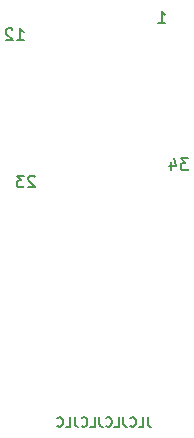
<source format=gbr>
%TF.GenerationSoftware,KiCad,Pcbnew,(5.1.9)-1*%
%TF.CreationDate,2021-03-20T14:40:21+09:00*%
%TF.ProjectId,converter_IC51-0444-467,636f6e76-6572-4746-9572-5f494335312d,1*%
%TF.SameCoordinates,Original*%
%TF.FileFunction,Legend,Bot*%
%TF.FilePolarity,Positive*%
%FSLAX46Y46*%
G04 Gerber Fmt 4.6, Leading zero omitted, Abs format (unit mm)*
G04 Created by KiCad (PCBNEW (5.1.9)-1) date 2021-03-20 14:40:21*
%MOMM*%
%LPD*%
G01*
G04 APERTURE LIST*
%ADD10C,0.150000*%
G04 APERTURE END LIST*
D10*
X154330238Y-126866904D02*
X154330238Y-127438333D01*
X154368333Y-127552619D01*
X154444523Y-127628809D01*
X154558809Y-127666904D01*
X154635000Y-127666904D01*
X153568333Y-127666904D02*
X153949285Y-127666904D01*
X153949285Y-126866904D01*
X152844523Y-127590714D02*
X152882619Y-127628809D01*
X152996904Y-127666904D01*
X153073095Y-127666904D01*
X153187380Y-127628809D01*
X153263571Y-127552619D01*
X153301666Y-127476428D01*
X153339761Y-127324047D01*
X153339761Y-127209761D01*
X153301666Y-127057380D01*
X153263571Y-126981190D01*
X153187380Y-126905000D01*
X153073095Y-126866904D01*
X152996904Y-126866904D01*
X152882619Y-126905000D01*
X152844523Y-126943095D01*
X152273095Y-126866904D02*
X152273095Y-127438333D01*
X152311190Y-127552619D01*
X152387380Y-127628809D01*
X152501666Y-127666904D01*
X152577857Y-127666904D01*
X151511190Y-127666904D02*
X151892142Y-127666904D01*
X151892142Y-126866904D01*
X150787380Y-127590714D02*
X150825476Y-127628809D01*
X150939761Y-127666904D01*
X151015952Y-127666904D01*
X151130238Y-127628809D01*
X151206428Y-127552619D01*
X151244523Y-127476428D01*
X151282619Y-127324047D01*
X151282619Y-127209761D01*
X151244523Y-127057380D01*
X151206428Y-126981190D01*
X151130238Y-126905000D01*
X151015952Y-126866904D01*
X150939761Y-126866904D01*
X150825476Y-126905000D01*
X150787380Y-126943095D01*
X150215952Y-126866904D02*
X150215952Y-127438333D01*
X150254047Y-127552619D01*
X150330238Y-127628809D01*
X150444523Y-127666904D01*
X150520714Y-127666904D01*
X149454047Y-127666904D02*
X149835000Y-127666904D01*
X149835000Y-126866904D01*
X148730238Y-127590714D02*
X148768333Y-127628809D01*
X148882619Y-127666904D01*
X148958809Y-127666904D01*
X149073095Y-127628809D01*
X149149285Y-127552619D01*
X149187380Y-127476428D01*
X149225476Y-127324047D01*
X149225476Y-127209761D01*
X149187380Y-127057380D01*
X149149285Y-126981190D01*
X149073095Y-126905000D01*
X148958809Y-126866904D01*
X148882619Y-126866904D01*
X148768333Y-126905000D01*
X148730238Y-126943095D01*
X148158809Y-126866904D02*
X148158809Y-127438333D01*
X148196904Y-127552619D01*
X148273095Y-127628809D01*
X148387380Y-127666904D01*
X148463571Y-127666904D01*
X147396904Y-127666904D02*
X147777857Y-127666904D01*
X147777857Y-126866904D01*
X146673095Y-127590714D02*
X146711190Y-127628809D01*
X146825476Y-127666904D01*
X146901666Y-127666904D01*
X147015952Y-127628809D01*
X147092142Y-127552619D01*
X147130238Y-127476428D01*
X147168333Y-127324047D01*
X147168333Y-127209761D01*
X147130238Y-127057380D01*
X147092142Y-126981190D01*
X147015952Y-126905000D01*
X146901666Y-126866904D01*
X146825476Y-126866904D01*
X146711190Y-126905000D01*
X146673095Y-126943095D01*
%TO.C,J1*%
X155214285Y-93502380D02*
X155785714Y-93502380D01*
X155500000Y-93502380D02*
X155500000Y-92502380D01*
X155595238Y-92645238D01*
X155690476Y-92740476D01*
X155785714Y-92788095D01*
X157759523Y-104952380D02*
X157140476Y-104952380D01*
X157473809Y-105333333D01*
X157330952Y-105333333D01*
X157235714Y-105380952D01*
X157188095Y-105428571D01*
X157140476Y-105523809D01*
X157140476Y-105761904D01*
X157188095Y-105857142D01*
X157235714Y-105904761D01*
X157330952Y-105952380D01*
X157616666Y-105952380D01*
X157711904Y-105904761D01*
X157759523Y-105857142D01*
X156283333Y-105285714D02*
X156283333Y-105952380D01*
X156521428Y-104904761D02*
X156759523Y-105619047D01*
X156140476Y-105619047D01*
X144761904Y-106497619D02*
X144714285Y-106450000D01*
X144619047Y-106402380D01*
X144380952Y-106402380D01*
X144285714Y-106450000D01*
X144238095Y-106497619D01*
X144190476Y-106592857D01*
X144190476Y-106688095D01*
X144238095Y-106830952D01*
X144809523Y-107402380D01*
X144190476Y-107402380D01*
X143857142Y-106402380D02*
X143238095Y-106402380D01*
X143571428Y-106783333D01*
X143428571Y-106783333D01*
X143333333Y-106830952D01*
X143285714Y-106878571D01*
X143238095Y-106973809D01*
X143238095Y-107211904D01*
X143285714Y-107307142D01*
X143333333Y-107354761D01*
X143428571Y-107402380D01*
X143714285Y-107402380D01*
X143809523Y-107354761D01*
X143857142Y-107307142D01*
X143240476Y-94952380D02*
X143811904Y-94952380D01*
X143526190Y-94952380D02*
X143526190Y-93952380D01*
X143621428Y-94095238D01*
X143716666Y-94190476D01*
X143811904Y-94238095D01*
X142859523Y-94047619D02*
X142811904Y-94000000D01*
X142716666Y-93952380D01*
X142478571Y-93952380D01*
X142383333Y-94000000D01*
X142335714Y-94047619D01*
X142288095Y-94142857D01*
X142288095Y-94238095D01*
X142335714Y-94380952D01*
X142907142Y-94952380D01*
X142288095Y-94952380D01*
%TD*%
M02*

</source>
